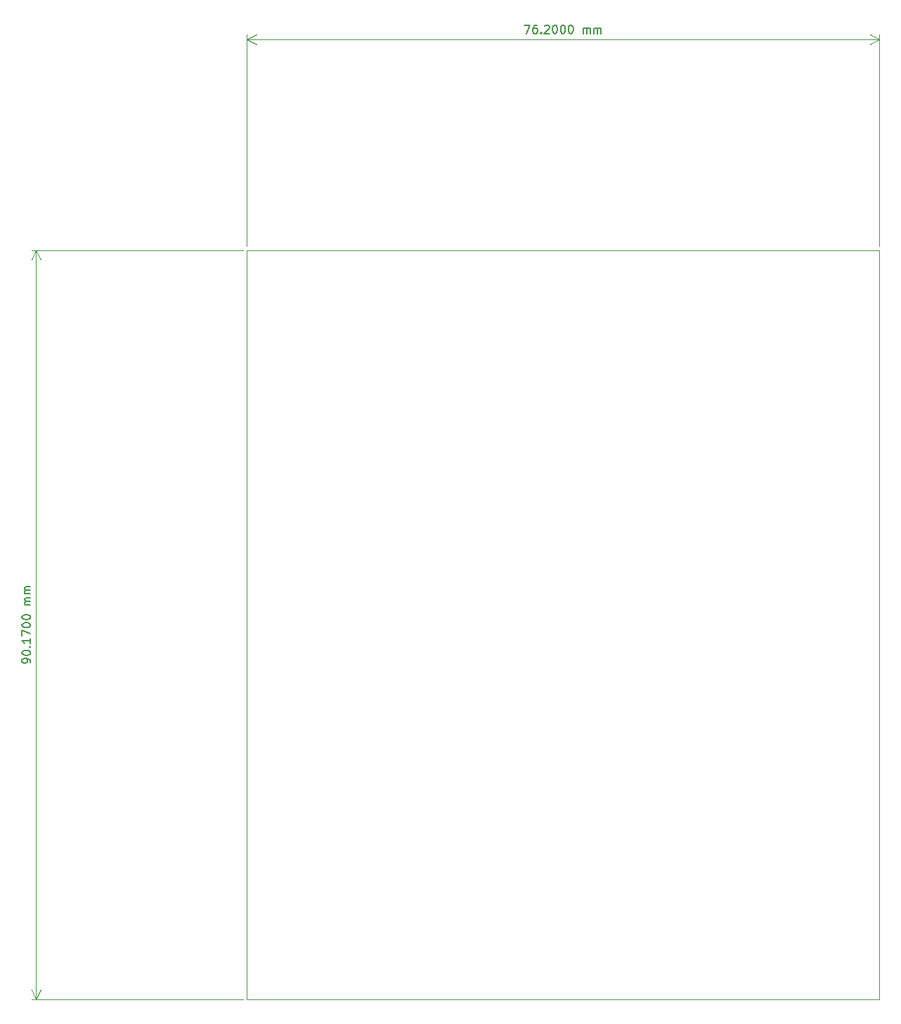
<source format=gbr>
%TF.GenerationSoftware,KiCad,Pcbnew,7.0.5*%
%TF.CreationDate,2023-07-19T13:34:52+12:00*%
%TF.ProjectId,manipulator_PCB,6d616e69-7075-46c6-9174-6f725f504342,rev?*%
%TF.SameCoordinates,Original*%
%TF.FileFunction,Profile,NP*%
%FSLAX46Y46*%
G04 Gerber Fmt 4.6, Leading zero omitted, Abs format (unit mm)*
G04 Created by KiCad (PCBNEW 7.0.5) date 2023-07-19 13:34:52*
%MOMM*%
%LPD*%
G01*
G04 APERTURE LIST*
%ADD10C,0.150000*%
%TA.AperFunction,Profile*%
%ADD11C,0.100000*%
%TD*%
G04 APERTURE END LIST*
D10*
X75504819Y-111838808D02*
X75504819Y-111648332D01*
X75504819Y-111648332D02*
X75457200Y-111553094D01*
X75457200Y-111553094D02*
X75409580Y-111505475D01*
X75409580Y-111505475D02*
X75266723Y-111410237D01*
X75266723Y-111410237D02*
X75076247Y-111362618D01*
X75076247Y-111362618D02*
X74695295Y-111362618D01*
X74695295Y-111362618D02*
X74600057Y-111410237D01*
X74600057Y-111410237D02*
X74552438Y-111457856D01*
X74552438Y-111457856D02*
X74504819Y-111553094D01*
X74504819Y-111553094D02*
X74504819Y-111743570D01*
X74504819Y-111743570D02*
X74552438Y-111838808D01*
X74552438Y-111838808D02*
X74600057Y-111886427D01*
X74600057Y-111886427D02*
X74695295Y-111934046D01*
X74695295Y-111934046D02*
X74933390Y-111934046D01*
X74933390Y-111934046D02*
X75028628Y-111886427D01*
X75028628Y-111886427D02*
X75076247Y-111838808D01*
X75076247Y-111838808D02*
X75123866Y-111743570D01*
X75123866Y-111743570D02*
X75123866Y-111553094D01*
X75123866Y-111553094D02*
X75076247Y-111457856D01*
X75076247Y-111457856D02*
X75028628Y-111410237D01*
X75028628Y-111410237D02*
X74933390Y-111362618D01*
X74504819Y-110743570D02*
X74504819Y-110648332D01*
X74504819Y-110648332D02*
X74552438Y-110553094D01*
X74552438Y-110553094D02*
X74600057Y-110505475D01*
X74600057Y-110505475D02*
X74695295Y-110457856D01*
X74695295Y-110457856D02*
X74885771Y-110410237D01*
X74885771Y-110410237D02*
X75123866Y-110410237D01*
X75123866Y-110410237D02*
X75314342Y-110457856D01*
X75314342Y-110457856D02*
X75409580Y-110505475D01*
X75409580Y-110505475D02*
X75457200Y-110553094D01*
X75457200Y-110553094D02*
X75504819Y-110648332D01*
X75504819Y-110648332D02*
X75504819Y-110743570D01*
X75504819Y-110743570D02*
X75457200Y-110838808D01*
X75457200Y-110838808D02*
X75409580Y-110886427D01*
X75409580Y-110886427D02*
X75314342Y-110934046D01*
X75314342Y-110934046D02*
X75123866Y-110981665D01*
X75123866Y-110981665D02*
X74885771Y-110981665D01*
X74885771Y-110981665D02*
X74695295Y-110934046D01*
X74695295Y-110934046D02*
X74600057Y-110886427D01*
X74600057Y-110886427D02*
X74552438Y-110838808D01*
X74552438Y-110838808D02*
X74504819Y-110743570D01*
X75409580Y-109981665D02*
X75457200Y-109934046D01*
X75457200Y-109934046D02*
X75504819Y-109981665D01*
X75504819Y-109981665D02*
X75457200Y-110029284D01*
X75457200Y-110029284D02*
X75409580Y-109981665D01*
X75409580Y-109981665D02*
X75504819Y-109981665D01*
X75504819Y-108981666D02*
X75504819Y-109553094D01*
X75504819Y-109267380D02*
X74504819Y-109267380D01*
X74504819Y-109267380D02*
X74647676Y-109362618D01*
X74647676Y-109362618D02*
X74742914Y-109457856D01*
X74742914Y-109457856D02*
X74790533Y-109553094D01*
X74504819Y-108648332D02*
X74504819Y-107981666D01*
X74504819Y-107981666D02*
X75504819Y-108410237D01*
X74504819Y-107410237D02*
X74504819Y-107314999D01*
X74504819Y-107314999D02*
X74552438Y-107219761D01*
X74552438Y-107219761D02*
X74600057Y-107172142D01*
X74600057Y-107172142D02*
X74695295Y-107124523D01*
X74695295Y-107124523D02*
X74885771Y-107076904D01*
X74885771Y-107076904D02*
X75123866Y-107076904D01*
X75123866Y-107076904D02*
X75314342Y-107124523D01*
X75314342Y-107124523D02*
X75409580Y-107172142D01*
X75409580Y-107172142D02*
X75457200Y-107219761D01*
X75457200Y-107219761D02*
X75504819Y-107314999D01*
X75504819Y-107314999D02*
X75504819Y-107410237D01*
X75504819Y-107410237D02*
X75457200Y-107505475D01*
X75457200Y-107505475D02*
X75409580Y-107553094D01*
X75409580Y-107553094D02*
X75314342Y-107600713D01*
X75314342Y-107600713D02*
X75123866Y-107648332D01*
X75123866Y-107648332D02*
X74885771Y-107648332D01*
X74885771Y-107648332D02*
X74695295Y-107600713D01*
X74695295Y-107600713D02*
X74600057Y-107553094D01*
X74600057Y-107553094D02*
X74552438Y-107505475D01*
X74552438Y-107505475D02*
X74504819Y-107410237D01*
X74504819Y-106457856D02*
X74504819Y-106362618D01*
X74504819Y-106362618D02*
X74552438Y-106267380D01*
X74552438Y-106267380D02*
X74600057Y-106219761D01*
X74600057Y-106219761D02*
X74695295Y-106172142D01*
X74695295Y-106172142D02*
X74885771Y-106124523D01*
X74885771Y-106124523D02*
X75123866Y-106124523D01*
X75123866Y-106124523D02*
X75314342Y-106172142D01*
X75314342Y-106172142D02*
X75409580Y-106219761D01*
X75409580Y-106219761D02*
X75457200Y-106267380D01*
X75457200Y-106267380D02*
X75504819Y-106362618D01*
X75504819Y-106362618D02*
X75504819Y-106457856D01*
X75504819Y-106457856D02*
X75457200Y-106553094D01*
X75457200Y-106553094D02*
X75409580Y-106600713D01*
X75409580Y-106600713D02*
X75314342Y-106648332D01*
X75314342Y-106648332D02*
X75123866Y-106695951D01*
X75123866Y-106695951D02*
X74885771Y-106695951D01*
X74885771Y-106695951D02*
X74695295Y-106648332D01*
X74695295Y-106648332D02*
X74600057Y-106600713D01*
X74600057Y-106600713D02*
X74552438Y-106553094D01*
X74552438Y-106553094D02*
X74504819Y-106457856D01*
X75504819Y-104934046D02*
X74838152Y-104934046D01*
X74933390Y-104934046D02*
X74885771Y-104886427D01*
X74885771Y-104886427D02*
X74838152Y-104791189D01*
X74838152Y-104791189D02*
X74838152Y-104648332D01*
X74838152Y-104648332D02*
X74885771Y-104553094D01*
X74885771Y-104553094D02*
X74981009Y-104505475D01*
X74981009Y-104505475D02*
X75504819Y-104505475D01*
X74981009Y-104505475D02*
X74885771Y-104457856D01*
X74885771Y-104457856D02*
X74838152Y-104362618D01*
X74838152Y-104362618D02*
X74838152Y-104219761D01*
X74838152Y-104219761D02*
X74885771Y-104124522D01*
X74885771Y-104124522D02*
X74981009Y-104076903D01*
X74981009Y-104076903D02*
X75504819Y-104076903D01*
X75504819Y-103600713D02*
X74838152Y-103600713D01*
X74933390Y-103600713D02*
X74885771Y-103553094D01*
X74885771Y-103553094D02*
X74838152Y-103457856D01*
X74838152Y-103457856D02*
X74838152Y-103314999D01*
X74838152Y-103314999D02*
X74885771Y-103219761D01*
X74885771Y-103219761D02*
X74981009Y-103172142D01*
X74981009Y-103172142D02*
X75504819Y-103172142D01*
X74981009Y-103172142D02*
X74885771Y-103124523D01*
X74885771Y-103124523D02*
X74838152Y-103029285D01*
X74838152Y-103029285D02*
X74838152Y-102886428D01*
X74838152Y-102886428D02*
X74885771Y-102791189D01*
X74885771Y-102791189D02*
X74981009Y-102743570D01*
X74981009Y-102743570D02*
X75504819Y-102743570D01*
D11*
X101100000Y-62230000D02*
X75613580Y-62230000D01*
X101100000Y-152400000D02*
X75613580Y-152400000D01*
X76200000Y-62230000D02*
X76200000Y-152400000D01*
X76200000Y-62230000D02*
X76200000Y-152400000D01*
X76200000Y-62230000D02*
X76786421Y-63356504D01*
X76200000Y-62230000D02*
X75613579Y-63356504D01*
X76200000Y-152400000D02*
X75613579Y-151273496D01*
X76200000Y-152400000D02*
X76786421Y-151273496D01*
D10*
X135033334Y-35134819D02*
X135700000Y-35134819D01*
X135700000Y-35134819D02*
X135271429Y-36134819D01*
X136509524Y-35134819D02*
X136319048Y-35134819D01*
X136319048Y-35134819D02*
X136223810Y-35182438D01*
X136223810Y-35182438D02*
X136176191Y-35230057D01*
X136176191Y-35230057D02*
X136080953Y-35372914D01*
X136080953Y-35372914D02*
X136033334Y-35563390D01*
X136033334Y-35563390D02*
X136033334Y-35944342D01*
X136033334Y-35944342D02*
X136080953Y-36039580D01*
X136080953Y-36039580D02*
X136128572Y-36087200D01*
X136128572Y-36087200D02*
X136223810Y-36134819D01*
X136223810Y-36134819D02*
X136414286Y-36134819D01*
X136414286Y-36134819D02*
X136509524Y-36087200D01*
X136509524Y-36087200D02*
X136557143Y-36039580D01*
X136557143Y-36039580D02*
X136604762Y-35944342D01*
X136604762Y-35944342D02*
X136604762Y-35706247D01*
X136604762Y-35706247D02*
X136557143Y-35611009D01*
X136557143Y-35611009D02*
X136509524Y-35563390D01*
X136509524Y-35563390D02*
X136414286Y-35515771D01*
X136414286Y-35515771D02*
X136223810Y-35515771D01*
X136223810Y-35515771D02*
X136128572Y-35563390D01*
X136128572Y-35563390D02*
X136080953Y-35611009D01*
X136080953Y-35611009D02*
X136033334Y-35706247D01*
X137033334Y-36039580D02*
X137080953Y-36087200D01*
X137080953Y-36087200D02*
X137033334Y-36134819D01*
X137033334Y-36134819D02*
X136985715Y-36087200D01*
X136985715Y-36087200D02*
X137033334Y-36039580D01*
X137033334Y-36039580D02*
X137033334Y-36134819D01*
X137461905Y-35230057D02*
X137509524Y-35182438D01*
X137509524Y-35182438D02*
X137604762Y-35134819D01*
X137604762Y-35134819D02*
X137842857Y-35134819D01*
X137842857Y-35134819D02*
X137938095Y-35182438D01*
X137938095Y-35182438D02*
X137985714Y-35230057D01*
X137985714Y-35230057D02*
X138033333Y-35325295D01*
X138033333Y-35325295D02*
X138033333Y-35420533D01*
X138033333Y-35420533D02*
X137985714Y-35563390D01*
X137985714Y-35563390D02*
X137414286Y-36134819D01*
X137414286Y-36134819D02*
X138033333Y-36134819D01*
X138652381Y-35134819D02*
X138747619Y-35134819D01*
X138747619Y-35134819D02*
X138842857Y-35182438D01*
X138842857Y-35182438D02*
X138890476Y-35230057D01*
X138890476Y-35230057D02*
X138938095Y-35325295D01*
X138938095Y-35325295D02*
X138985714Y-35515771D01*
X138985714Y-35515771D02*
X138985714Y-35753866D01*
X138985714Y-35753866D02*
X138938095Y-35944342D01*
X138938095Y-35944342D02*
X138890476Y-36039580D01*
X138890476Y-36039580D02*
X138842857Y-36087200D01*
X138842857Y-36087200D02*
X138747619Y-36134819D01*
X138747619Y-36134819D02*
X138652381Y-36134819D01*
X138652381Y-36134819D02*
X138557143Y-36087200D01*
X138557143Y-36087200D02*
X138509524Y-36039580D01*
X138509524Y-36039580D02*
X138461905Y-35944342D01*
X138461905Y-35944342D02*
X138414286Y-35753866D01*
X138414286Y-35753866D02*
X138414286Y-35515771D01*
X138414286Y-35515771D02*
X138461905Y-35325295D01*
X138461905Y-35325295D02*
X138509524Y-35230057D01*
X138509524Y-35230057D02*
X138557143Y-35182438D01*
X138557143Y-35182438D02*
X138652381Y-35134819D01*
X139604762Y-35134819D02*
X139700000Y-35134819D01*
X139700000Y-35134819D02*
X139795238Y-35182438D01*
X139795238Y-35182438D02*
X139842857Y-35230057D01*
X139842857Y-35230057D02*
X139890476Y-35325295D01*
X139890476Y-35325295D02*
X139938095Y-35515771D01*
X139938095Y-35515771D02*
X139938095Y-35753866D01*
X139938095Y-35753866D02*
X139890476Y-35944342D01*
X139890476Y-35944342D02*
X139842857Y-36039580D01*
X139842857Y-36039580D02*
X139795238Y-36087200D01*
X139795238Y-36087200D02*
X139700000Y-36134819D01*
X139700000Y-36134819D02*
X139604762Y-36134819D01*
X139604762Y-36134819D02*
X139509524Y-36087200D01*
X139509524Y-36087200D02*
X139461905Y-36039580D01*
X139461905Y-36039580D02*
X139414286Y-35944342D01*
X139414286Y-35944342D02*
X139366667Y-35753866D01*
X139366667Y-35753866D02*
X139366667Y-35515771D01*
X139366667Y-35515771D02*
X139414286Y-35325295D01*
X139414286Y-35325295D02*
X139461905Y-35230057D01*
X139461905Y-35230057D02*
X139509524Y-35182438D01*
X139509524Y-35182438D02*
X139604762Y-35134819D01*
X140557143Y-35134819D02*
X140652381Y-35134819D01*
X140652381Y-35134819D02*
X140747619Y-35182438D01*
X140747619Y-35182438D02*
X140795238Y-35230057D01*
X140795238Y-35230057D02*
X140842857Y-35325295D01*
X140842857Y-35325295D02*
X140890476Y-35515771D01*
X140890476Y-35515771D02*
X140890476Y-35753866D01*
X140890476Y-35753866D02*
X140842857Y-35944342D01*
X140842857Y-35944342D02*
X140795238Y-36039580D01*
X140795238Y-36039580D02*
X140747619Y-36087200D01*
X140747619Y-36087200D02*
X140652381Y-36134819D01*
X140652381Y-36134819D02*
X140557143Y-36134819D01*
X140557143Y-36134819D02*
X140461905Y-36087200D01*
X140461905Y-36087200D02*
X140414286Y-36039580D01*
X140414286Y-36039580D02*
X140366667Y-35944342D01*
X140366667Y-35944342D02*
X140319048Y-35753866D01*
X140319048Y-35753866D02*
X140319048Y-35515771D01*
X140319048Y-35515771D02*
X140366667Y-35325295D01*
X140366667Y-35325295D02*
X140414286Y-35230057D01*
X140414286Y-35230057D02*
X140461905Y-35182438D01*
X140461905Y-35182438D02*
X140557143Y-35134819D01*
X142080953Y-36134819D02*
X142080953Y-35468152D01*
X142080953Y-35563390D02*
X142128572Y-35515771D01*
X142128572Y-35515771D02*
X142223810Y-35468152D01*
X142223810Y-35468152D02*
X142366667Y-35468152D01*
X142366667Y-35468152D02*
X142461905Y-35515771D01*
X142461905Y-35515771D02*
X142509524Y-35611009D01*
X142509524Y-35611009D02*
X142509524Y-36134819D01*
X142509524Y-35611009D02*
X142557143Y-35515771D01*
X142557143Y-35515771D02*
X142652381Y-35468152D01*
X142652381Y-35468152D02*
X142795238Y-35468152D01*
X142795238Y-35468152D02*
X142890477Y-35515771D01*
X142890477Y-35515771D02*
X142938096Y-35611009D01*
X142938096Y-35611009D02*
X142938096Y-36134819D01*
X143414286Y-36134819D02*
X143414286Y-35468152D01*
X143414286Y-35563390D02*
X143461905Y-35515771D01*
X143461905Y-35515771D02*
X143557143Y-35468152D01*
X143557143Y-35468152D02*
X143700000Y-35468152D01*
X143700000Y-35468152D02*
X143795238Y-35515771D01*
X143795238Y-35515771D02*
X143842857Y-35611009D01*
X143842857Y-35611009D02*
X143842857Y-36134819D01*
X143842857Y-35611009D02*
X143890476Y-35515771D01*
X143890476Y-35515771D02*
X143985714Y-35468152D01*
X143985714Y-35468152D02*
X144128571Y-35468152D01*
X144128571Y-35468152D02*
X144223810Y-35515771D01*
X144223810Y-35515771D02*
X144271429Y-35611009D01*
X144271429Y-35611009D02*
X144271429Y-36134819D01*
D11*
X101600000Y-61730000D02*
X101600000Y-36243580D01*
X177800000Y-61730000D02*
X177800000Y-36243580D01*
X101600000Y-36830000D02*
X177800000Y-36830000D01*
X101600000Y-36830000D02*
X177800000Y-36830000D01*
X101600000Y-36830000D02*
X102726504Y-36243579D01*
X101600000Y-36830000D02*
X102726504Y-37416421D01*
X177800000Y-36830000D02*
X176673496Y-37416421D01*
X177800000Y-36830000D02*
X176673496Y-36243579D01*
X177800000Y-62230000D02*
X101600000Y-62230000D01*
X101600000Y-152400000D01*
X177800000Y-152400000D01*
X177800000Y-62230000D01*
M02*

</source>
